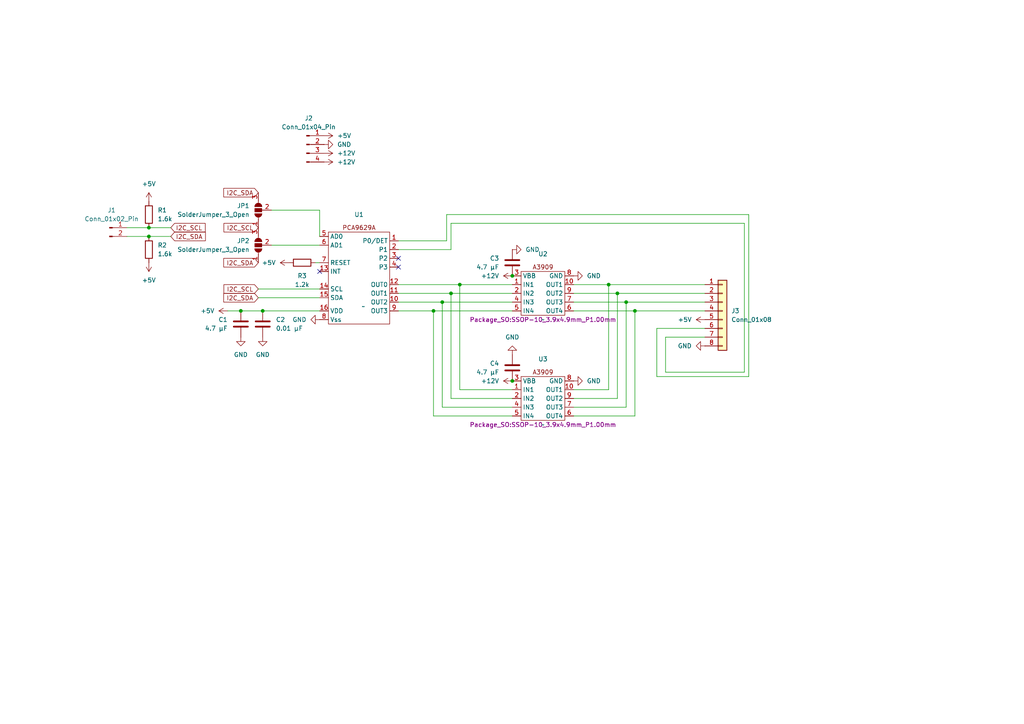
<source format=kicad_sch>
(kicad_sch (version 20231120) (generator "eeschema") (generator_version "8.0")
  (paper "A4")
  (lib_symbols
    (symbol "Connector:Conn_01x02_Pin" (pin_names (offset 1.016) hide)
      (property "Reference" "J" (at 0 2.54 0))
      (property "Value" "Conn_01x02_Pin" (at 0 -5.08 0))
      (symbol "Conn_01x02_Pin_1_1"
        (polyline (pts (xy 1.27 -2.54) (xy 0.8636 -2.54)) (stroke (width 0.1524)))
        (polyline (pts (xy 1.27 0) (xy 0.8636 0)) (stroke (width 0.1524)))
        (rectangle (start 0.8636 -2.413) (end 0 -2.667) (stroke (width 0.1524)) (fill (type outline)))
        (rectangle (start 0.8636 0.127) (end 0 -0.127) (stroke (width 0.1524)) (fill (type outline)))
        (pin passive line (at 5.08 0 180) (length 3.81) (name "Pin_1") (number "1"))
        (pin passive line (at 5.08 -2.54 180) (length 3.81) (name "Pin_2") (number "2"))
      )
    )
    (symbol "Connector:Conn_01x04_Pin" (pin_names (offset 1.016) hide)
      (property "Reference" "J" (at 0 5.08 0))
      (property "Value" "Conn_01x04_Pin" (at 0 -7.62 0))
      (symbol "Conn_01x04_Pin_1_1"
        (polyline (pts (xy 1.27 -5.08) (xy 0.8636 -5.08)) (stroke (width 0.1524)))
        (polyline (pts (xy 1.27 -2.54) (xy 0.8636 -2.54)) (stroke (width 0.1524)))
        (polyline (pts (xy 1.27 0) (xy 0.8636 0)) (stroke (width 0.1524)))
        (polyline (pts (xy 1.27 2.54) (xy 0.8636 2.54)) (stroke (width 0.1524)))
        (rectangle (start 0.8636 -4.953) (end 0 -5.207) (stroke (width 0.1524)) (fill (type outline)))
        (rectangle (start 0.8636 -2.413) (end 0 -2.667) (stroke (width 0.1524)) (fill (type outline)))
        (rectangle (start 0.8636 0.127) (end 0 -0.127) (stroke (width 0.1524)) (fill (type outline)))
        (rectangle (start 0.8636 2.667) (end 0 2.413) (stroke (width 0.1524)) (fill (type outline)))
        (pin passive line (at 5.08 2.54 180) (length 3.81) (name "Pin_1") (number "1"))
        (pin passive line (at 5.08 0 180) (length 3.81) (name "Pin_2") (number "2"))
        (pin passive line (at 5.08 -2.54 180) (length 3.81) (name "Pin_3") (number "3"))
        (pin passive line (at 5.08 -5.08 180) (length 3.81) (name "Pin_4") (number "4"))
      )
    )
    (symbol "Connector_Generic:Conn_01x08" (pin_names (offset 1.016) hide)
      (property "Reference" "J" (at 0 10.16 0))
      (property "Value" "Conn_01x08" (at 0 -12.7 0))
      (symbol "Conn_01x08_1_1"
        (rectangle (start -1.27 -10.033) (end 0 -10.287) (stroke (width 0.1524)))
        (rectangle (start -1.27 -7.493) (end 0 -7.747) (stroke (width 0.1524)))
        (rectangle (start -1.27 -4.953) (end 0 -5.207) (stroke (width 0.1524)))
        (rectangle (start -1.27 -2.413) (end 0 -2.667) (stroke (width 0.1524)))
        (rectangle (start -1.27 0.127) (end 0 -0.127) (stroke (width 0.1524)))
        (rectangle (start -1.27 2.667) (end 0 2.413) (stroke (width 0.1524)))
        (rectangle (start -1.27 5.207) (end 0 4.953) (stroke (width 0.1524)))
        (rectangle (start -1.27 7.747) (end 0 7.493) (stroke (width 0.1524)))
        (rectangle (start -1.27 8.89) (end 1.27 -11.43) (stroke (width 0.254)) (fill (type background)))
        (pin passive line (at -5.08 7.62 0) (length 3.81) (name "Pin_1") (number "1"))
        (pin passive line (at -5.08 5.08 0) (length 3.81) (name "Pin_2") (number "2"))
        (pin passive line (at -5.08 2.54 0) (length 3.81) (name "Pin_3") (number "3"))
        (pin passive line (at -5.08 0 0) (length 3.81) (name "Pin_4") (number "4"))
        (pin passive line (at -5.08 -2.54 0) (length 3.81) (name "Pin_5") (number "5"))
        (pin passive line (at -5.08 -5.08 0) (length 3.81) (name "Pin_6") (number "6"))
        (pin passive line (at -5.08 -7.62 0) (length 3.81) (name "Pin_7") (number "7"))
        (pin passive line (at -5.08 -10.16 0) (length 3.81) (name "Pin_8") (number "8"))
      )
    )
    (symbol "Device:C" (pin_numbers hide) (pin_names (offset 0.254))
      (property "Reference" "C" (at 0.635 2.54 0))
      (property "Value" "C" (at 0.635 -2.54 0))
      (symbol "C_0_1"
        (polyline (pts (xy -2.032 -0.762) (xy 2.032 -0.762)) (stroke (width 0.508)))
        (polyline (pts (xy -2.032 0.762) (xy 2.032 0.762)) (stroke (width 0.508)))
      )
      (symbol "C_1_1"
        (pin passive line (at 0 3.81 270) (length 2.794) (name "~") (number "1"))
        (pin passive line (at 0 -3.81 90) (length 2.794) (name "~") (number "2"))
      )
    )
    (symbol "Device:R" (pin_numbers hide) (pin_names (offset 0))
      (property "Reference" "R" (at 2.032 0 90))
      (property "Value" "R" (at 0 0 90))
      (symbol "R_0_1"
        (rectangle (start -1.016 -2.54) (end 1.016 2.54) (stroke (width 0.254)))
      )
      (symbol "R_1_1"
        (pin passive line (at 0 3.81 270) (length 1.27) (name "~") (number "1"))
        (pin passive line (at 0 -3.81 90) (length 1.27) (name "~") (number "2"))
      )
    )
    (symbol "Jumper:SolderJumper_3_Open" (pin_names (offset 0) hide)
      (property "Reference" "JP" (at -2.54 -2.54 0))
      (property "Value" "SolderJumper_3_Open" (at 0 2.794 0))
      (symbol "SolderJumper_3_Open_0_1"
        (arc (start -1.016 1.016) (mid -2.0276 0) (end -1.016 -1.016))
        (arc (start -1.016 1.016) (mid -2.0276 0) (end -1.016 -1.016) (fill (type outline)))
        (rectangle (start -0.508 1.016) (end 0.508 -1.016) (fill (type outline)))
        (polyline (pts (xy -2.54 0) (xy -2.032 0)))
        (polyline (pts (xy -1.016 1.016) (xy -1.016 -1.016)))
        (polyline (pts (xy 0 -1.27) (xy 0 -1.016)))
        (polyline (pts (xy 1.016 1.016) (xy 1.016 -1.016)))
        (polyline (pts (xy 2.54 0) (xy 2.032 0)))
        (arc (start 1.016 -1.016) (mid 2.0276 0) (end 1.016 1.016))
        (arc (start 1.016 -1.016) (mid 2.0276 0) (end 1.016 1.016) (fill (type outline)))
      )
      (symbol "SolderJumper_3_Open_1_1"
        (pin passive line (at -5.08 0 0) (length 2.54) (name "A") (number "1"))
        (pin passive line (at 0 -3.81 90) (length 2.54) (name "C") (number "2"))
        (pin passive line (at 5.08 0 180) (length 2.54) (name "B") (number "3"))
      )
    )
    (symbol "power:+12V" (power) (pin_names (offset 0))
      (property "Value" "+12V" (at 0 3.556 0))
      (symbol "+12V_0_1"
        (polyline (pts (xy -0.762 1.27) (xy 0 2.54)))
        (polyline (pts (xy 0 0) (xy 0 2.54)))
        (polyline (pts (xy 0 2.54) (xy 0.762 1.27)))
      )
      (symbol "+12V_1_1"
        (pin power_in line (at 0 0 90) (length 0) hide (name "+12V") (number "1"))
      )
    )
    (symbol "power:+5V" (power) (pin_names (offset 0))
      (property "Value" "+5V" (at 0 3.556 0))
      (symbol "+5V_0_1"
        (polyline (pts (xy -0.762 1.27) (xy 0 2.54)))
        (polyline (pts (xy 0 0) (xy 0 2.54)))
        (polyline (pts (xy 0 2.54) (xy 0.762 1.27)))
      )
      (symbol "+5V_1_1"
        (pin power_in line (at 0 0 90) (length 0) hide (name "+5V") (number "1"))
      )
    )
    (symbol "power:GND" (power) (pin_numbers hide) (pin_names (offset 0) hide)
      (property "Value" "GND" (at 0 -3.81 0))
      (symbol "GND_0_1"
        (polyline (pts (xy 0 0) (xy 0 -1.27) (xy 1.27 -1.27) (xy 0 -2.54) (xy -1.27 -1.27) (xy 0 -1.27)))
      )
      (symbol "GND_1_1"
        (pin power_in line (at 0 0 270) (length 0) (name "~") (number "1"))
      )
    )
    (symbol "sensors:A3909"
      (property "Reference" "U" (at 0 0 0))
      (symbol "A3909_0_1"
        (rectangle (start -6.35 13.97) (end 6.35 1.27))
      )
      (symbol "A3909_1_1"
        (text "A3909" (at 0 15.24 0) (effects (font (size 1.27 1.27))))
        (pin input line (at -8.89 10.16 0) (length 2.54) (name "IN1") (number "1"))
        (pin output line (at 8.89 10.16 180) (length 2.54) (name "OUT1") (number "10"))
        (pin input line (at -8.89 7.62 0) (length 2.54) (name "IN2") (number "2"))
        (pin power_in line (at -8.89 12.7 0) (length 2.54) (name "VBB") (number "3"))
        (pin input line (at -8.89 5.08 0) (length 2.54) (name "IN3") (number "4"))
        (pin input line (at -8.89 2.54 0) (length 2.54) (name "IN4") (number "5"))
        (pin output line (at 8.89 2.54 180) (length 2.54) (name "OUT4") (number "6"))
        (pin output line (at 8.89 5.08 180) (length 2.54) (name "OUT3") (number "7"))
        (pin power_in line (at 8.89 12.7 180) (length 2.54) (name "GND") (number "8"))
        (pin output line (at 8.89 7.62 180) (length 2.54) (name "OUT2") (number "9"))
      )
    )
    (symbol "sensors:PCA9629A"
      (property "Reference" "U" (at 0 -2.54 0))
      (symbol "PCA9629A_0_1"
        (rectangle (start -8.89 26.67) (end 8.89 0))
      )
      (symbol "PCA9629A_1_1"
        (text "PCA9629A" (at 0 27.94 0) (effects (font (size 1.27 1.27))))
        (pin bidirectional line (at 11.43 24.13 180) (length 2.54) (name "P0/DET") (number "1"))
        (pin output line (at 11.43 6.35 180) (length 2.54) (name "OUT2") (number "10"))
        (pin output line (at 11.43 8.89 180) (length 2.54) (name "OUT1") (number "11"))
        (pin output line (at 11.43 11.43 180) (length 2.54) (name "OUT0") (number "12"))
        (pin output line (at -11.43 15.24 0) (length 2.54) (name "INT") (number "13"))
        (pin input line (at -11.43 10.16 0) (length 2.54) (name "SCL") (number "14"))
        (pin bidirectional line (at -11.43 7.62 0) (length 2.54) (name "SDA") (number "15"))
        (pin power_in line (at -11.43 3.81 0) (length 2.54) (name "VDD") (number "16"))
        (pin bidirectional line (at 11.43 21.59 180) (length 2.54) (name "P1") (number "2"))
        (pin bidirectional line (at 11.43 19.05 180) (length 2.54) (name "P2") (number "3"))
        (pin bidirectional line (at 11.43 16.51 180) (length 2.54) (name "P3") (number "4"))
        (pin input line (at -11.43 25.4 0) (length 2.54) (name "AD0") (number "5"))
        (pin input line (at -11.43 22.86 0) (length 2.54) (name "AD1") (number "6"))
        (pin input line (at -11.43 17.78 0) (length 2.54) (name "RESET") (number "7"))
        (pin power_in line (at -11.43 1.27 0) (length 2.54) (name "Vss") (number "8"))
        (pin output line (at 11.43 3.81 180) (length 2.54) (name "OUT3") (number "9"))
      )
    )
  )
  (junction (at 184.15 90.17))
  (junction (at 125.73 90.17))
  (junction (at 179.07 85.09))
  (junction (at 69.85 90.17))
  (junction (at 43.18 68.58))
  (junction (at 43.18 66.04))
  (junction (at 128.27 87.63))
  (junction (at 133.35 82.55))
  (junction (at 76.2 90.17))
  (junction (at 148.59 110.49))
  (junction (at 148.59 80.01))
  (junction (at 176.53 82.55))
  (junction (at 130.81 85.09))
  (junction (at 181.61 87.63))
  (no_connect (at 115.57 77.47))
  (no_connect (at 92.71 78.74))
  (no_connect (at 115.57 74.93))
  (wire (pts (xy 184.15 90.17) (xy 184.15 120.65)))
  (wire (pts (xy 128.27 87.63) (xy 148.59 87.63)))
  (wire (pts (xy 92.71 60.96) (xy 92.71 68.58)))
  (wire (pts (xy 179.07 115.57) (xy 166.37 115.57)))
  (wire (pts (xy 78.74 60.96) (xy 92.71 60.96)))
  (wire (pts (xy 193.04 107.95) (xy 215.9 107.95)))
  (wire (pts (xy 193.04 97.79) (xy 193.04 107.95)))
  (wire (pts (xy 190.5 109.22) (xy 217.17 109.22)))
  (wire (pts (xy 193.04 97.79) (xy 204.47 97.79)))
  (wire (pts (xy 148.59 120.65) (xy 125.73 120.65)))
  (wire (pts (xy 130.81 115.57) (xy 148.59 115.57)))
  (wire (pts (xy 49.53 68.58) (xy 43.18 68.58)))
  (wire (pts (xy 115.57 87.63) (xy 128.27 87.63)))
  (wire (pts (xy 36.83 68.58) (xy 43.18 68.58)))
  (wire (pts (xy 130.81 72.39) (xy 115.57 72.39)))
  (wire (pts (xy 91.44 76.2) (xy 92.71 76.2)))
  (wire (pts (xy 128.27 118.11) (xy 148.59 118.11)))
  (wire (pts (xy 125.73 120.65) (xy 125.73 90.17)))
  (wire (pts (xy 166.37 87.63) (xy 181.61 87.63)))
  (wire (pts (xy 130.81 85.09) (xy 130.81 115.57)))
  (wire (pts (xy 176.53 82.55) (xy 176.53 113.03)))
  (wire (pts (xy 74.93 83.82) (xy 92.71 83.82)))
  (wire (pts (xy 166.37 90.17) (xy 184.15 90.17)))
  (wire (pts (xy 166.37 118.11) (xy 181.61 118.11)))
  (wire (pts (xy 190.5 95.25) (xy 204.47 95.25)))
  (wire (pts (xy 133.35 82.55) (xy 148.59 82.55)))
  (wire (pts (xy 43.18 66.04) (xy 36.83 66.04)))
  (wire (pts (xy 115.57 85.09) (xy 130.81 85.09)))
  (wire (pts (xy 115.57 69.85) (xy 129.54 69.85)))
  (wire (pts (xy 66.04 90.17) (xy 69.85 90.17)))
  (wire (pts (xy 166.37 120.65) (xy 184.15 120.65)))
  (wire (pts (xy 115.57 90.17) (xy 125.73 90.17)))
  (wire (pts (xy 130.81 85.09) (xy 148.59 85.09)))
  (wire (pts (xy 217.17 62.23) (xy 217.17 109.22)))
  (wire (pts (xy 125.73 90.17) (xy 148.59 90.17)))
  (wire (pts (xy 128.27 87.63) (xy 128.27 118.11)))
  (wire (pts (xy 181.61 87.63) (xy 181.61 118.11)))
  (wire (pts (xy 129.54 62.23) (xy 217.17 62.23)))
  (wire (pts (xy 166.37 82.55) (xy 176.53 82.55)))
  (wire (pts (xy 76.2 90.17) (xy 92.71 90.17)))
  (wire (pts (xy 49.53 66.04) (xy 43.18 66.04)))
  (wire (pts (xy 179.07 85.09) (xy 179.07 115.57)))
  (wire (pts (xy 181.61 87.63) (xy 204.47 87.63)))
  (wire (pts (xy 78.74 71.12) (xy 92.71 71.12)))
  (wire (pts (xy 190.5 109.22) (xy 190.5 95.25)))
  (wire (pts (xy 129.54 69.85) (xy 129.54 62.23)))
  (wire (pts (xy 133.35 113.03) (xy 148.59 113.03)))
  (wire (pts (xy 74.93 86.36) (xy 92.71 86.36)))
  (wire (pts (xy 130.81 64.77) (xy 130.81 72.39)))
  (wire (pts (xy 184.15 90.17) (xy 204.47 90.17)))
  (wire (pts (xy 69.85 90.17) (xy 76.2 90.17)))
  (wire (pts (xy 176.53 82.55) (xy 204.47 82.55)))
  (wire (pts (xy 115.57 82.55) (xy 133.35 82.55)))
  (wire (pts (xy 133.35 82.55) (xy 133.35 113.03)))
  (wire (pts (xy 130.81 64.77) (xy 215.9 64.77)))
  (wire (pts (xy 176.53 113.03) (xy 166.37 113.03)))
  (wire (pts (xy 215.9 64.77) (xy 215.9 107.95)))
  (wire (pts (xy 166.37 85.09) (xy 179.07 85.09)))
  (wire (pts (xy 179.07 85.09) (xy 204.47 85.09)))
  (global_label "I2C_SCL" (shape input) (at 74.93 83.82 180) (property "Intersheetrefs" "${INTERSHEET_REFS}" (effects (hide yes))))
  (global_label "I2C_SDA" (shape input) (at 74.93 86.36 180) (property "Intersheetrefs" "${INTERSHEET_REFS}" (effects (hide yes))))
  (global_label "I2C_SDA" (shape input) (at 49.53 68.58 0) (property "Intersheetrefs" "${INTERSHEET_REFS}" (effects (hide yes))))
  (global_label "I2C_SDA" (shape input) (at 74.93 55.88 180) (property "Intersheetrefs" "${INTERSHEET_REFS}" (effects (hide yes))))
  (global_label "I2C_SCL" (shape input) (at 49.53 66.04 0) (property "Intersheetrefs" "${INTERSHEET_REFS}" (effects (hide yes))))
  (global_label "I2C_SCL" (shape input) (at 74.93 66.04 180) (property "Intersheetrefs" "${INTERSHEET_REFS}" (effects (hide yes))))
  (global_label "I2C_SDA" (shape input) (at 74.93 76.2 180) (property "Intersheetrefs" "${INTERSHEET_REFS}" (effects (hide yes))))
  (symbol (lib_id "Device:R") (at 43.18 62.23 180) (unit 1)
    (property "Reference" "R1" (at 45.72 60.96 0) (effects (justify right)))
    (property "Value" "1.6k" (at 45.72 63.5 0) (effects (justify right)))
    (property "Footprint" "Resistor_SMD:R_0402_1005Metric" (effects (hide yes)))
  )
  (symbol (lib_id "Jumper:SolderJumper_3_Open") (at 74.93 60.96 90) (unit 1)
    (property "Reference" "JP1" (at 72.39 59.69 90) (effects (justify left)))
    (property "Value" "SolderJumper_3_Open" (at 72.39 62.23 90) (effects (justify left)))
    (property "Footprint" "Jumper:SolderJumper-3_P1.3mm_Open_RoundedPad1.0x1.5mm_NumberLabels" (effects (hide yes)))
  )
  (symbol (lib_id "Connector:Conn_01x02_Pin") (at 31.75 66.04 0) (unit 1)
    (property "Reference" "J1" (at 32.385 60.96 0))
    (property "Value" "Conn_01x02_Pin" (at 32.385 63.5 0))
    (property "Footprint" "Connector_PinHeader_2.54mm:PinHeader_1x02_P2.54mm_Vertical" (effects (hide yes)))
  )
  (symbol (lib_id "power:+12V") (at 148.59 110.49 90) (unit 1)
    (property "Reference" "#PWR015" (effects (hide yes)))
    (property "Value" "+12V" (at 144.78 110.49 90) (effects (justify left)))
  )
  (symbol (lib_id "Device:C") (at 148.59 76.2 180) (unit 1)
    (property "Reference" "C3" (at 144.78 74.93 0) (effects (justify left)))
    (property "Value" "4.7 μF" (at 144.78 77.47 0) (effects (justify left)))
    (property "Footprint" "Capacitor_THT:CP_Radial_D5.0mm_P2.00mm" (effects (hide yes)))
  )
  (symbol (lib_id "Connector:Conn_01x04_Pin") (at 88.9 41.91 0) (unit 1)
    (property "Reference" "J2" (at 89.535 34.29 0))
    (property "Value" "Conn_01x04_Pin" (at 89.535 36.83 0))
    (property "Footprint" "Connector_PinHeader_2.54mm:PinHeader_1x04_P2.54mm_Vertical" (effects (hide yes)))
    (property "Description" "Generic connector, single row, 01x04, script generated" (effects (hide yes)))
  )
  (symbol (lib_id "Connector_Generic:Conn_01x08") (at 209.55 90.17 0) (unit 1)
    (property "Reference" "J3" (at 212.09 90.1699 0) (effects (justify left)))
    (property "Value" "Conn_01x08" (at 212.09 92.7099 0) (effects (justify left)))
    (property "Footprint" "Connector_PinHeader_2.54mm:PinHeader_1x08_P2.54mm_Vertical" (effects (hide yes)))
    (property "Description" "Generic connector, single row, 01x08, script generated (kicad-library-utils/schlib/autogen/connector/)" (effects (hide yes)))
  )
  (symbol (lib_id "power:+12V") (at 93.98 44.45 270) (unit 1)
    (property "Reference" "#PWR010" (effects (hide yes)))
    (property "Value" "+12V" (at 97.79 44.45 90) (effects (justify left)))
  )
  (symbol (lib_id "Jumper:SolderJumper_3_Open") (at 74.93 71.12 90) (unit 1)
    (property "Reference" "JP2" (at 72.39 69.85 90) (effects (justify left)))
    (property "Value" "SolderJumper_3_Open" (at 72.39 72.39 90) (effects (justify left)))
    (property "Footprint" "Jumper:SolderJumper-3_P1.3mm_Open_RoundedPad1.0x1.5mm_NumberLabels" (effects (hide yes)))
  )
  (symbol (lib_id "power:GND") (at 166.37 110.49 90) (unit 1)
    (property "Reference" "#PWR017" (effects (hide yes)))
    (property "Value" "GND" (at 170.18 110.4899 90) (effects (justify right)))
    (property "Description" "Power symbol creates a global label with name \"GND\" , ground" (effects (hide yes)))
  )
  (symbol (lib_id "power:GND") (at 93.98 41.91 90) (unit 1)
    (property "Reference" "#PWR09" (effects (hide yes)))
    (property "Value" "GND" (at 97.79 41.9099 90) (effects (justify right)))
    (property "Description" "Power symbol creates a global label with name \"GND\" , ground" (effects (hide yes)))
  )
  (symbol (lib_id "power:GND") (at 92.71 92.71 270) (unit 1)
    (property "Reference" "#PWR07" (effects (hide yes)))
    (property "Value" "GND" (at 88.9 92.7099 90) (effects (justify right)))
    (property "Description" "Power symbol creates a global label with name \"GND\" , ground" (effects (hide yes)))
  )
  (symbol (lib_id "Device:C") (at 148.59 106.68 180) (unit 1)
    (property "Reference" "C4" (at 144.78 105.41 0) (effects (justify left)))
    (property "Value" "4.7 μF" (at 144.78 107.95 0) (effects (justify left)))
    (property "Footprint" "Capacitor_THT:CP_Radial_D5.0mm_P2.00mm" (effects (hide yes)))
  )
  (symbol (lib_id "sensors:A3909") (at 157.48 123.19 0) (unit 1)
    (property "Reference" "U3" (at 157.48 104.14 0))
    (property "Value" "~" (at 157.48 123.19 0))
    (property "Footprint" "Package_SO:SSOP-10_3.9x4.9mm_P1.00mm" (at 157.48 123.19 0))
  )
  (symbol (lib_id "Device:C") (at 76.2 93.98 0) (unit 1)
    (property "Reference" "C2" (at 80.01 92.71 0) (effects (justify left)))
    (property "Value" "0.01 μF" (at 80.01 95.25 0) (effects (justify left)))
    (property "Footprint" "Capacitor_SMD:C_0402_1005Metric" (effects (hide yes)))
  )
  (symbol (lib_id "power:GND") (at 204.47 100.33 270) (unit 1)
    (property "Reference" "#PWR019" (effects (hide yes)))
    (property "Value" "GND" (at 200.66 100.3299 90) (effects (justify right)))
    (property "Description" "Power symbol creates a global label with name \"GND\" , ground" (effects (hide yes)))
  )
  (symbol (lib_id "Device:C") (at 69.85 93.98 0) (unit 1)
    (property "Reference" "C1" (at 66.04 92.71 0) (effects (justify right)))
    (property "Value" "4.7 μF" (at 66.04 95.25 0) (effects (justify right)))
    (property "Footprint" "Capacitor_SMD:C_0402_1005Metric" (effects (hide yes)))
  )
  (symbol (lib_id "power:+12V") (at 148.59 80.01 90) (unit 1)
    (property "Reference" "#PWR013" (effects (hide yes)))
    (property "Value" "+12V" (at 144.78 80.01 90) (effects (justify left)))
  )
  (symbol (lib_id "power:GND") (at 148.59 102.87 180) (unit 1)
    (property "Reference" "#PWR014" (effects (hide yes)))
    (property "Value" "GND" (at 148.59 97.79 0))
    (property "Description" "Power symbol creates a global label with name \"GND\" , ground" (effects (hide yes)))
  )
  (symbol (lib_id "sensors:A3909") (at 157.48 92.71 0) (unit 1)
    (property "Reference" "U2" (at 157.48 73.66 0))
    (property "Value" "~" (at 157.48 92.71 0))
    (property "Footprint" "Package_SO:SSOP-10_3.9x4.9mm_P1.00mm" (at 157.48 92.71 0))
  )
  (symbol (lib_id "power:GND") (at 166.37 80.01 90) (unit 1)
    (property "Reference" "#PWR016" (effects (hide yes)))
    (property "Value" "GND" (at 170.18 80.0099 90) (effects (justify right)))
    (property "Description" "Power symbol creates a global label with name \"GND\" , ground" (effects (hide yes)))
  )
  (symbol (lib_id "power:+5V") (at 43.18 76.2 180) (unit 1)
    (property "Reference" "#PWR02" (effects (hide yes)))
    (property "Value" "+5V" (at 43.18 81.28 0))
  )
  (symbol (lib_id "power:GND") (at 76.2 97.79 0) (unit 1)
    (property "Reference" "#PWR05" (effects (hide yes)))
    (property "Value" "GND" (at 76.2 102.87 0))
    (property "Description" "Power symbol creates a global label with name \"GND\" , ground" (effects (hide yes)))
  )
  (symbol (lib_id "power:+12V") (at 93.98 46.99 270) (unit 1)
    (property "Reference" "#PWR011" (effects (hide yes)))
    (property "Value" "+12V" (at 97.79 46.99 90) (effects (justify left)))
  )
  (symbol (lib_id "power:+5V") (at 204.47 92.71 90) (unit 1)
    (property "Reference" "#PWR018" (effects (hide yes)))
    (property "Value" "+5V" (at 200.66 92.71 90) (effects (justify left)))
  )
  (symbol (lib_id "Device:R") (at 43.18 72.39 180) (unit 1)
    (property "Reference" "R2" (at 45.72 71.12 0) (effects (justify right)))
    (property "Value" "1.6k" (at 45.72 73.66 0) (effects (justify right)))
    (property "Footprint" "Resistor_SMD:R_0402_1005Metric" (effects (hide yes)))
  )
  (symbol (lib_id "power:GND") (at 148.59 72.39 90) (unit 1)
    (property "Reference" "#PWR012" (effects (hide yes)))
    (property "Value" "GND" (at 152.4 72.3899 90) (effects (justify right)))
    (property "Description" "Power symbol creates a global label with name \"GND\" , ground" (effects (hide yes)))
  )
  (symbol (lib_id "sensors:PCA9629A") (at 104.14 93.98 0) (unit 1)
    (property "Reference" "U1" (at 104.14 62.23 0))
    (property "Value" "~" (at 105.41 88.9 0))
    (property "Footprint" "Package_SO:TSSOP-16_4.4x5mm_P0.65mm" (effects (hide yes)))
  )
  (symbol (lib_id "power:+5V") (at 43.18 58.42 0) (unit 1)
    (property "Reference" "#PWR01" (effects (hide yes)))
    (property "Value" "+5V" (at 43.18 53.34 0))
  )
  (symbol (lib_id "power:+5V") (at 83.82 76.2 90) (unit 1)
    (property "Reference" "#PWR06" (effects (hide yes)))
    (property "Value" "+5V" (at 80.01 76.2 90) (effects (justify left)))
  )
  (symbol (lib_id "power:GND") (at 69.85 97.79 0) (unit 1)
    (property "Reference" "#PWR04" (effects (hide yes)))
    (property "Value" "GND" (at 69.85 102.87 0))
    (property "Description" "Power symbol creates a global label with name \"GND\" , ground" (effects (hide yes)))
  )
  (symbol (lib_id "Device:R") (at 87.63 76.2 90) (unit 1)
    (property "Reference" "R3" (at 87.63 80.01 90))
    (property "Value" "1.2k" (at 87.63 82.55 90))
    (property "Footprint" "Resistor_SMD:R_0402_1005Metric" (effects (hide yes)))
  )
  (symbol (lib_id "power:+5V") (at 66.04 90.17 90) (unit 1)
    (property "Reference" "#PWR03" (effects (hide yes)))
    (property "Value" "+5V" (at 62.23 90.17 90) (effects (justify left)))
  )
  (symbol (lib_id "power:+5V") (at 93.98 39.37 270) (unit 1)
    (property "Reference" "#PWR08" (effects (hide yes)))
    (property "Value" "+5V" (at 97.79 39.37 90) (effects (justify left)))
  )
)
</source>
